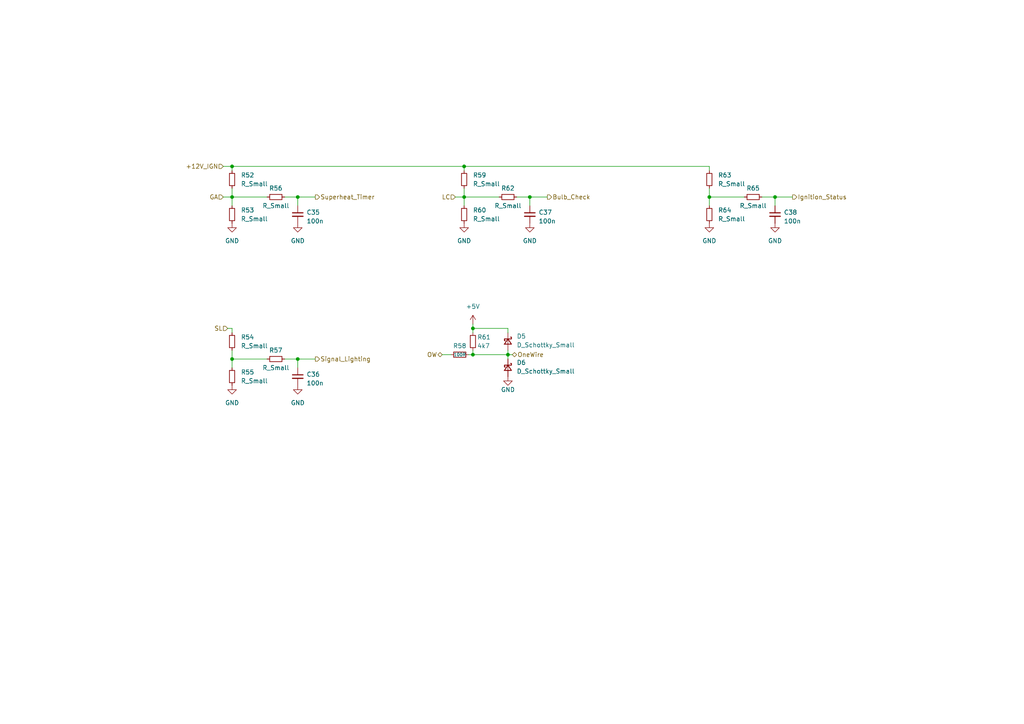
<source format=kicad_sch>
(kicad_sch (version 20211123) (generator eeschema)
  (paper "A4")
  (lib_symbols
    (symbol "Device:C_Small" (pin_numbers hide) (pin_names (offset 0.254) hide)
      (property "Reference" "C" (at 0.254 1.778 0))
      (property "Value" "C_Small" (at 0.254 -2.032 0))
      (symbol "C_Small_0_1"
        (polyline (pts (xy -1.524 -0.508) (xy 1.524 -0.508)) (stroke (width 0.3302)))
        (polyline (pts (xy -1.524 0.508) (xy 1.524 0.508)) (stroke (width 0.3048)))
      )
      (symbol "C_Small_1_1"
        (pin passive line (at 0 2.54 270) (length 2.032) (name "~") (number "1"))
        (pin passive line (at 0 -2.54 90) (length 2.032) (name "~") (number "2"))
      )
    )
    (symbol "Device:D_Schottky_Small" (pin_numbers hide) (pin_names (offset 0.254) hide)
      (property "Reference" "D" (at -1.27 2.032 0))
      (property "Value" "D_Schottky_Small" (at -7.112 -2.032 0))
      (symbol "D_Schottky_Small_0_1"
        (polyline (pts (xy -0.762 0) (xy 0.762 0)))
        (polyline (pts (xy 0.762 -1.016) (xy -0.762 0) (xy 0.762 1.016) (xy 0.762 -1.016)) (stroke (width 0.254)))
        (polyline (pts (xy -1.27 0.762) (xy -1.27 1.016) (xy -0.762 1.016) (xy -0.762 -1.016) (xy -0.254 -1.016) (xy -0.254 -0.762)) (stroke (width 0.254)))
      )
      (symbol "D_Schottky_Small_1_1"
        (pin passive line (at -2.54 0 0) (length 1.778) (name "K") (number "1"))
        (pin passive line (at 2.54 0 180) (length 1.778) (name "A") (number "2"))
      )
    )
    (symbol "Device:R_Small" (pin_numbers hide) (pin_names (offset 0.254) hide)
      (property "Reference" "R" (at 0.762 0.508 0))
      (property "Value" "R_Small" (at 0.762 -1.016 0))
      (symbol "R_Small_0_1"
        (rectangle (start -0.762 1.778) (end 0.762 -1.778) (stroke (width 0.2032)))
      )
      (symbol "R_Small_1_1"
        (pin passive line (at 0 2.54 270) (length 0.762) (name "~") (number "1"))
        (pin passive line (at 0 -2.54 90) (length 0.762) (name "~") (number "2"))
      )
    )
    (symbol "power:+5V" (power) (pin_names (offset 0))
      (property "Value" "+5V" (at 0 3.556 0))
      (symbol "+5V_0_1"
        (polyline (pts (xy -0.762 1.27) (xy 0 2.54)))
        (polyline (pts (xy 0 0) (xy 0 2.54)))
        (polyline (pts (xy 0 2.54) (xy 0.762 1.27)))
      )
      (symbol "+5V_1_1"
        (pin power_in line (at 0 0 90) (length 0) hide (name "+5V") (number "1"))
      )
    )
    (symbol "power:GND" (power) (pin_names (offset 0))
      (property "Value" "GND" (at 0 -3.81 0))
      (symbol "GND_0_1"
        (polyline (pts (xy 0 0) (xy 0 -1.27) (xy 1.27 -1.27) (xy 0 -2.54) (xy -1.27 -1.27) (xy 0 -1.27)))
      )
      (symbol "GND_1_1"
        (pin power_in line (at 0 0 270) (length 0) hide (name "GND") (number "1"))
      )
    )
  )
  (junction (at 153.67 57.15))
  (junction (at 224.79 57.15))
  (junction (at 147.32 102.87))
  (junction (at 137.16 102.87))
  (junction (at 86.36 57.15))
  (junction (at 134.62 57.15))
  (junction (at 86.36 104.14))
  (junction (at 67.31 104.14))
  (junction (at 134.62 48.26))
  (junction (at 205.74 57.15))
  (junction (at 67.31 57.15))
  (junction (at 137.16 95.25))
  (junction (at 67.31 48.26))
  (wire (pts (xy 67.31 57.15) (xy 67.31 59.69)))
  (wire (pts (xy 82.55 104.14) (xy 86.36 104.14)))
  (wire (pts (xy 147.32 95.25) (xy 137.16 95.25)))
  (wire (pts (xy 67.31 104.14) (xy 67.31 106.68)))
  (wire (pts (xy 86.36 57.15) (xy 91.44 57.15)))
  (wire (pts (xy 137.16 93.98) (xy 137.16 95.25)))
  (wire (pts (xy 67.31 48.26) (xy 134.62 48.26)))
  (wire (pts (xy 64.77 57.15) (xy 67.31 57.15)))
  (wire (pts (xy 137.16 102.87) (xy 137.16 101.6)))
  (wire (pts (xy 147.32 102.87) (xy 148.59 102.87)))
  (wire (pts (xy 67.31 104.14) (xy 77.47 104.14)))
  (wire (pts (xy 134.62 48.26) (xy 205.74 48.26)))
  (wire (pts (xy 135.89 102.87) (xy 137.16 102.87)))
  (wire (pts (xy 67.31 48.26) (xy 67.31 49.53)))
  (wire (pts (xy 66.04 95.25) (xy 67.31 95.25)))
  (wire (pts (xy 205.74 48.26) (xy 205.74 49.53)))
  (wire (pts (xy 134.62 57.15) (xy 134.62 54.61)))
  (wire (pts (xy 64.77 48.26) (xy 67.31 48.26)))
  (wire (pts (xy 86.36 104.14) (xy 91.44 104.14)))
  (wire (pts (xy 137.16 95.25) (xy 137.16 96.52)))
  (wire (pts (xy 67.31 57.15) (xy 67.31 54.61)))
  (wire (pts (xy 153.67 57.15) (xy 153.67 59.69)))
  (wire (pts (xy 224.79 57.15) (xy 224.79 59.69)))
  (wire (pts (xy 67.31 95.25) (xy 67.31 96.52)))
  (wire (pts (xy 134.62 57.15) (xy 144.78 57.15)))
  (wire (pts (xy 134.62 57.15) (xy 134.62 59.69)))
  (wire (pts (xy 149.86 57.15) (xy 153.67 57.15)))
  (wire (pts (xy 147.32 102.87) (xy 147.32 104.14)))
  (wire (pts (xy 147.32 96.52) (xy 147.32 95.25)))
  (wire (pts (xy 86.36 104.14) (xy 86.36 106.68)))
  (wire (pts (xy 67.31 57.15) (xy 77.47 57.15)))
  (wire (pts (xy 205.74 57.15) (xy 215.9 57.15)))
  (wire (pts (xy 137.16 102.87) (xy 147.32 102.87)))
  (wire (pts (xy 86.36 57.15) (xy 86.36 59.69)))
  (wire (pts (xy 134.62 48.26) (xy 134.62 49.53)))
  (wire (pts (xy 153.67 57.15) (xy 158.75 57.15)))
  (wire (pts (xy 67.31 104.14) (xy 67.31 101.6)))
  (wire (pts (xy 224.79 57.15) (xy 229.87 57.15)))
  (wire (pts (xy 147.32 101.6) (xy 147.32 102.87)))
  (wire (pts (xy 132.08 57.15) (xy 134.62 57.15)))
  (wire (pts (xy 205.74 57.15) (xy 205.74 54.61)))
  (wire (pts (xy 205.74 57.15) (xy 205.74 59.69)))
  (wire (pts (xy 128.27 102.87) (xy 130.81 102.87)))
  (wire (pts (xy 82.55 57.15) (xy 86.36 57.15)))
  (wire (pts (xy 220.98 57.15) (xy 224.79 57.15)))
  (hierarchical_label "Signal_Lighting" (shape output) (at 91.44 104.14 0))
  (hierarchical_label "Superheat_Timer" (shape output) (at 91.44 57.15 0))
  (hierarchical_label "GA" (shape input) (at 64.77 57.15 180))
  (hierarchical_label "LC" (shape input) (at 132.08 57.15 180))
  (hierarchical_label "Bulb_Check" (shape output) (at 158.75 57.15 0))
  (hierarchical_label "OW" (shape bidirectional) (at 128.27 102.87 180))
  (hierarchical_label "OneWire" (shape bidirectional) (at 148.59 102.87 0))
  (hierarchical_label "SL" (shape input) (at 66.04 95.25 180))
  (hierarchical_label "Ignition_Status" (shape output) (at 229.87 57.15 0))
  (hierarchical_label "+12V_IGN" (shape input) (at 64.77 48.26 180))
  (symbol (lib_id "Device:R_Small") (at 205.74 52.07 0) (unit 1)
    (property "Reference" "R63" (at 208.28 50.7999 0) (effects (justify left)))
    (property "Value" "R_Small" (at 208.28 53.3399 0) (effects (justify left)))
    (property "Footprint" "Resistor_SMD:R_0805_2012Metric_Pad1.20x1.40mm_HandSolder" (effects hide))
  )
  (symbol (lib_id "Device:R_Small") (at 67.31 62.23 0) (unit 1)
    (property "Reference" "R53" (at 69.85 60.9599 0) (effects (justify left)))
    (property "Value" "R_Small" (at 69.85 63.4999 0) (effects (justify left)))
    (property "Footprint" "Resistor_SMD:R_0805_2012Metric_Pad1.20x1.40mm_HandSolder" (effects hide))
  )
  (symbol (lib_id "Device:C_Small") (at 86.36 62.23 0) (unit 1)
    (property "Reference" "C35" (at 88.9 61.5949 0) (effects (justify left)))
    (property "Value" "100n" (at 88.9 64.1349 0) (effects (justify left)))
    (property "Footprint" "Capacitor_SMD:C_0805_2012Metric_Pad1.18x1.45mm_HandSolder" (effects hide))
  )
  (symbol (lib_id "Device:R_Small") (at 137.16 99.06 0) (unit 1)
    (property "Reference" "R61" (at 138.43 97.79 0) (effects (justify left)))
    (property "Value" "4k7" (at 138.43 100.33 0) (effects (justify left)))
    (property "Footprint" "Resistor_SMD:R_0805_2012Metric_Pad1.20x1.40mm_HandSolder" (effects hide))
  )
  (symbol (lib_id "Device:R_Small") (at 133.35 102.87 90) (unit 1)
    (property "Reference" "R58" (at 133.35 100.33 90))
    (property "Value" "100R" (at 133.35 102.87 90) (effects (font (size 0.889 0.889))))
    (property "Footprint" "Resistor_SMD:R_0805_2012Metric_Pad1.20x1.40mm_HandSolder" (effects hide))
  )
  (symbol (lib_id "Device:R_Small") (at 67.31 99.06 0) (unit 1)
    (property "Reference" "R54" (at 69.85 97.7899 0) (effects (justify left)))
    (property "Value" "R_Small" (at 69.85 100.3299 0) (effects (justify left)))
    (property "Footprint" "Resistor_SMD:R_0805_2012Metric_Pad1.20x1.40mm_HandSolder" (effects hide))
  )
  (symbol (lib_id "power:GND") (at 147.32 109.22 0) (unit 1)
    (property "Reference" "#PWR089" (effects hide))
    (property "Value" "GND" (at 147.32 113.03 0))
  )
  (symbol (lib_id "power:GND") (at 86.36 64.77 0) (unit 1)
    (property "Reference" "#PWR085" (effects hide))
    (property "Value" "GND" (at 86.36 69.85 0))
  )
  (symbol (lib_id "Device:R_Small") (at 67.31 109.22 0) (unit 1)
    (property "Reference" "R55" (at 69.85 107.9499 0) (effects (justify left)))
    (property "Value" "R_Small" (at 69.85 110.4899 0) (effects (justify left)))
    (property "Footprint" "Resistor_SMD:R_0805_2012Metric_Pad1.20x1.40mm_HandSolder" (effects hide))
  )
  (symbol (lib_id "Device:R_Small") (at 134.62 62.23 0) (unit 1)
    (property "Reference" "R60" (at 137.16 60.9599 0) (effects (justify left)))
    (property "Value" "R_Small" (at 137.16 63.4999 0) (effects (justify left)))
    (property "Footprint" "Resistor_SMD:R_0805_2012Metric_Pad1.20x1.40mm_HandSolder" (effects hide))
  )
  (symbol (lib_id "power:GND") (at 134.62 64.77 0) (unit 1)
    (property "Reference" "#PWR087" (effects hide))
    (property "Value" "GND" (at 134.62 69.85 0))
  )
  (symbol (lib_id "power:GND") (at 205.74 64.77 0) (unit 1)
    (property "Reference" "#PWR091" (effects hide))
    (property "Value" "GND" (at 205.74 69.85 0))
  )
  (symbol (lib_id "Device:R_Small") (at 205.74 62.23 0) (unit 1)
    (property "Reference" "R64" (at 208.28 60.9599 0) (effects (justify left)))
    (property "Value" "R_Small" (at 208.28 63.4999 0) (effects (justify left)))
    (property "Footprint" "Resistor_SMD:R_0805_2012Metric_Pad1.20x1.40mm_HandSolder" (effects hide))
  )
  (symbol (lib_id "Device:R_Small") (at 147.32 57.15 90) (unit 1)
    (property "Reference" "R62" (at 147.32 54.61 90))
    (property "Value" "R_Small" (at 147.32 59.69 90))
    (property "Footprint" "Resistor_SMD:R_0805_2012Metric_Pad1.20x1.40mm_HandSolder" (effects hide))
  )
  (symbol (lib_id "Device:R_Small") (at 67.31 52.07 0) (unit 1)
    (property "Reference" "R52" (at 69.85 50.7999 0) (effects (justify left)))
    (property "Value" "R_Small" (at 69.85 53.3399 0) (effects (justify left)))
    (property "Footprint" "Resistor_SMD:R_0805_2012Metric_Pad1.20x1.40mm_HandSolder" (effects hide))
  )
  (symbol (lib_id "power:GND") (at 224.79 64.77 0) (unit 1)
    (property "Reference" "#PWR092" (effects hide))
    (property "Value" "GND" (at 224.79 69.85 0))
  )
  (symbol (lib_id "Device:C_Small") (at 224.79 62.23 0) (unit 1)
    (property "Reference" "C38" (at 227.33 61.5949 0) (effects (justify left)))
    (property "Value" "100n" (at 227.33 64.1349 0) (effects (justify left)))
    (property "Footprint" "Capacitor_SMD:C_0805_2012Metric_Pad1.18x1.45mm_HandSolder" (effects hide))
  )
  (symbol (lib_id "Device:R_Small") (at 218.44 57.15 90) (unit 1)
    (property "Reference" "R65" (at 218.44 54.61 90))
    (property "Value" "R_Small" (at 218.44 59.69 90))
    (property "Footprint" "Resistor_SMD:R_0805_2012Metric_Pad1.20x1.40mm_HandSolder" (effects hide))
  )
  (symbol (lib_id "Device:C_Small") (at 153.67 62.23 0) (unit 1)
    (property "Reference" "C37" (at 156.21 61.5949 0) (effects (justify left)))
    (property "Value" "100n" (at 156.21 64.1349 0) (effects (justify left)))
    (property "Footprint" "Capacitor_SMD:C_0805_2012Metric_Pad1.18x1.45mm_HandSolder" (effects hide))
  )
  (symbol (lib_id "power:+5V") (at 137.16 93.98 0) (unit 1)
    (property "Reference" "#PWR088" (effects hide))
    (property "Value" "+5V" (at 137.16 88.9 0))
  )
  (symbol (lib_id "Device:C_Small") (at 86.36 109.22 0) (unit 1)
    (property "Reference" "C36" (at 88.9 108.5849 0) (effects (justify left)))
    (property "Value" "100n" (at 88.9 111.1249 0) (effects (justify left)))
    (property "Footprint" "Capacitor_SMD:C_0805_2012Metric_Pad1.18x1.45mm_HandSolder" (effects hide))
  )
  (symbol (lib_id "power:GND") (at 153.67 64.77 0) (unit 1)
    (property "Reference" "#PWR090" (effects hide))
    (property "Value" "GND" (at 153.67 69.85 0))
  )
  (symbol (lib_id "power:GND") (at 67.31 111.76 0) (unit 1)
    (property "Reference" "#PWR084" (effects hide))
    (property "Value" "GND" (at 67.31 116.84 0))
  )
  (symbol (lib_id "Device:D_Schottky_Small") (at 147.32 99.06 270) (unit 1)
    (property "Reference" "D5" (at 149.86 97.5359 90) (effects (justify left)))
    (property "Value" "D_Schottky_Small" (at 149.86 100.0759 90) (effects (justify left)))
    (property "Footprint" "Diode_SMD:D_SOD-323_HandSoldering" (effects hide))
  )
  (symbol (lib_id "power:GND") (at 67.31 64.77 0) (unit 1)
    (property "Reference" "#PWR083" (effects hide))
    (property "Value" "GND" (at 67.31 69.85 0))
  )
  (symbol (lib_id "Device:R_Small") (at 80.01 57.15 90) (unit 1)
    (property "Reference" "R56" (at 80.01 54.61 90))
    (property "Value" "R_Small" (at 80.01 59.69 90))
    (property "Footprint" "Resistor_SMD:R_0805_2012Metric_Pad1.20x1.40mm_HandSolder" (effects hide))
  )
  (symbol (lib_id "Device:R_Small") (at 134.62 52.07 0) (unit 1)
    (property "Reference" "R59" (at 137.16 50.7999 0) (effects (justify left)))
    (property "Value" "R_Small" (at 137.16 53.3399 0) (effects (justify left)))
    (property "Footprint" "Resistor_SMD:R_0805_2012Metric_Pad1.20x1.40mm_HandSolder" (effects hide))
  )
  (symbol (lib_id "Device:R_Small") (at 80.01 104.14 90) (unit 1)
    (property "Reference" "R57" (at 80.01 101.6 90))
    (property "Value" "R_Small" (at 80.01 106.68 90))
    (property "Footprint" "Resistor_SMD:R_0805_2012Metric_Pad1.20x1.40mm_HandSolder" (effects hide))
  )
  (symbol (lib_id "power:GND") (at 86.36 111.76 0) (unit 1)
    (property "Reference" "#PWR086" (effects hide))
    (property "Value" "GND" (at 86.36 116.84 0))
  )
  (symbol (lib_id "Device:D_Schottky_Small") (at 147.32 106.68 270) (unit 1)
    (property "Reference" "D6" (at 149.86 105.1559 90) (effects (justify left)))
    (property "Value" "D_Schottky_Small" (at 149.86 107.6959 90) (effects (justify left)))
    (property "Footprint" "Diode_SMD:D_SOD-323_HandSoldering" (effects hide))
  )
)
</source>
